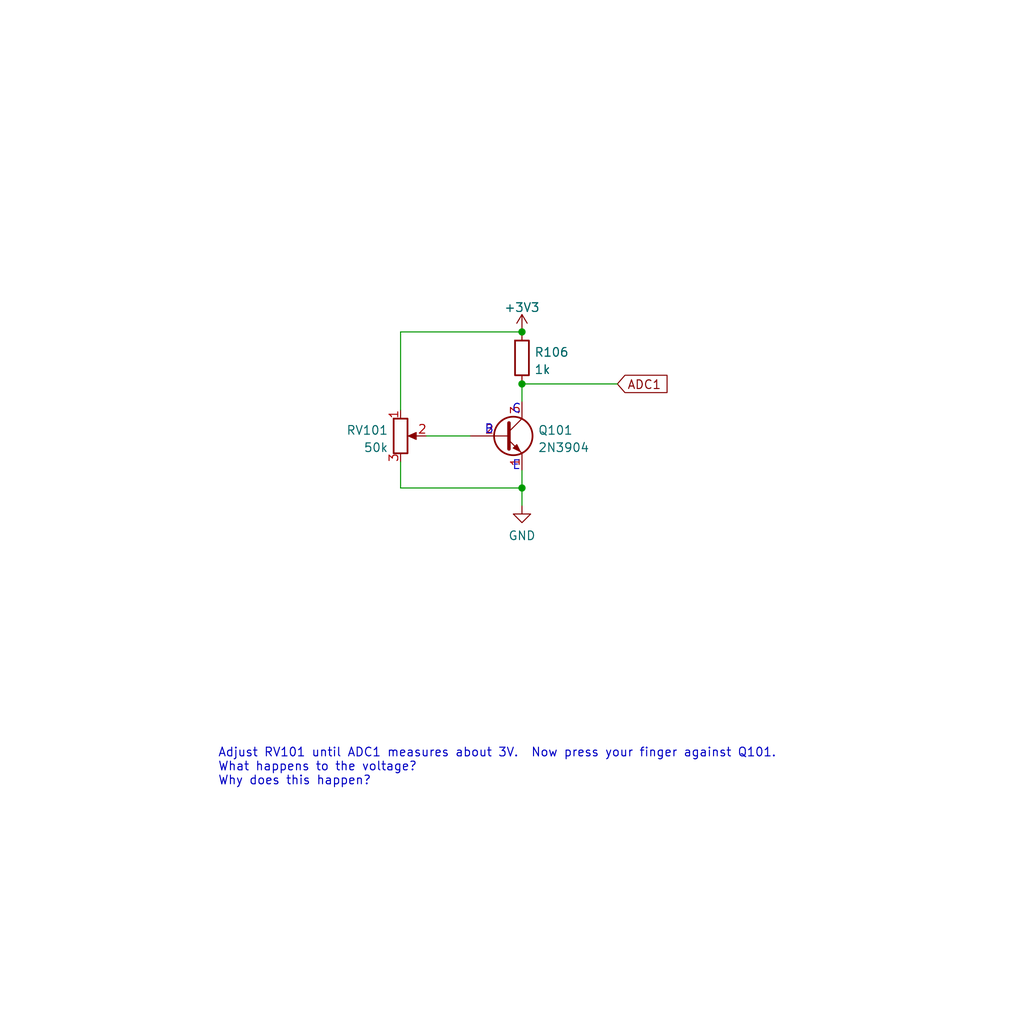
<source format=kicad_sch>
(kicad_sch (version 20211123) (generator eeschema)
  (paper "User" 150.012 150.012)
  (lib_symbols
    (symbol "Device:R" (pin_numbers hide) (pin_names (offset 0))
      (property "Reference" "R" (at 2.032 0 90))
      (property "Value" "R" (at 0 0 90))
      (symbol "R_0_1"
        (rectangle (start -1.016 -2.54) (end 1.016 2.54) (stroke (width 0.254)))
      )
      (symbol "R_1_1"
        (pin passive line (at 0 3.81 270) (length 1.27) (name "~") (number "1"))
        (pin passive line (at 0 -3.81 90) (length 1.27) (name "~") (number "2"))
      )
    )
    (symbol "Device:R_Potentiometer" (pin_names (offset 1.016) hide)
      (property "Reference" "RV" (at -4.445 0 90))
      (property "Value" "R_Potentiometer" (at -2.54 0 90))
      (symbol "R_Potentiometer_0_1"
        (polyline (pts (xy 2.54 0) (xy 1.524 0)))
        (polyline (pts (xy 1.143 0) (xy 2.286 0.508) (xy 2.286 -0.508) (xy 1.143 0)) (fill (type outline)))
        (rectangle (start 1.016 2.54) (end -1.016 -2.54) (stroke (width 0.254)))
      )
      (symbol "R_Potentiometer_1_1"
        (pin passive line (at 0 3.81 270) (length 1.27) (name "1") (number "1"))
        (pin passive line (at 3.81 0 180) (length 1.27) (name "2") (number "2"))
        (pin passive line (at 0 -3.81 90) (length 1.27) (name "3") (number "3"))
      )
    )
    (symbol "Transistor_BJT:2N3904" (pin_names (offset 0) hide)
      (property "Reference" "Q" (at 5.08 1.905 0))
      (property "Value" "2N3904" (at 5.08 0 0))
      (symbol "2N3904_0_1"
        (polyline (pts (xy 0.635 0.635) (xy 2.54 2.54)))
        (polyline (pts (xy 0.635 -0.635) (xy 2.54 -2.54) (xy 2.54 -2.54)))
        (polyline (pts (xy 0.635 1.905) (xy 0.635 -1.905) (xy 0.635 -1.905)) (stroke (width 0.508)))
        (polyline (pts (xy 1.27 -1.778) (xy 1.778 -1.27) (xy 2.286 -2.286) (xy 1.27 -1.778) (xy 1.27 -1.778)) (fill (type outline)))
        (circle (center 1.27 0) (radius 2.8194) (stroke (width 0.254)))
      )
      (symbol "2N3904_1_1"
        (pin passive line (at 2.54 -5.08 90) (length 2.54) (name "E") (number "1"))
        (pin passive line (at -5.08 0 0) (length 5.715) (name "B") (number "2"))
        (pin passive line (at 2.54 5.08 270) (length 2.54) (name "C") (number "3"))
      )
    )
    (symbol "power:+3V3" (power) (pin_names (offset 0))
      (property "Value" "+3V3" (at 0 3.556 0))
      (symbol "+3V3_0_1"
        (polyline (pts (xy -0.762 1.27) (xy 0 2.54)))
        (polyline (pts (xy 0 0) (xy 0 2.54)))
        (polyline (pts (xy 0 2.54) (xy 0.762 1.27)))
      )
      (symbol "+3V3_1_1"
        (pin power_in line (at 0 0 90) (length 0) hide (name "+3V3") (number "1"))
      )
    )
    (symbol "power:GND" (power) (pin_names (offset 0))
      (property "Value" "GND" (at 0 -3.81 0))
      (symbol "GND_0_1"
        (polyline (pts (xy 0 0) (xy 0 -1.27) (xy 1.27 -1.27) (xy 0 -2.54) (xy -1.27 -1.27) (xy 0 -1.27)))
      )
      (symbol "GND_1_1"
        (pin power_in line (at 0 0 270) (length 0) hide (name "GND") (number "1"))
      )
    )
  )
  (junction (at 76.454 48.6156))
  (junction (at 76.454 71.4756))
  (junction (at 76.454 56.2356))
  (wire (pts (xy 76.454 68.9356) (xy 76.454 71.4756)))
  (wire (pts (xy 58.674 67.6656) (xy 58.674 71.4756)))
  (wire (pts (xy 62.484 63.8556) (xy 68.834 63.8556)))
  (wire (pts (xy 76.454 71.4756) (xy 76.454 74.0156)))
  (wire (pts (xy 76.454 58.7756) (xy 76.454 56.2356)))
  (wire (pts (xy 76.454 56.2356) (xy 90.424 56.2356)))
  (wire (pts (xy 58.674 71.4756) (xy 76.454 71.4756)))
  (wire (pts (xy 76.454 48.6156) (xy 58.674 48.6156)))
  (wire (pts (xy 58.674 48.6156) (xy 58.674 60.0456)))
  (text "Adjust RV101 until ADC1 measures about 3V.  Now press your finger against Q101.  \nWhat happens to the voltage? \nWhy does this happen?" (at 31.9024 115.2144 0) (effects (font (size 1.27 1.27)) (justify left bottom)))
  (text "C" (at 74.93 60.7568 0) (effects (font (size 1.27 1.27)) (justify left bottom)))
  (text "E" (at 74.9808 69.0372 0) (effects (font (size 1.27 1.27)) (justify left bottom)))
  (text "B" (at 70.9168 63.754 0) (effects (font (size 1.27 1.27)) (justify left bottom)))
  (global_label "ADC1" (shape input) (at 90.424 56.2356 0) (property "Intersheet References" "${INTERSHEET_REFS}" (effects hide)))
  (symbol (lib_id "Device:R") (at 76.454 52.4256 0) (unit 1)
    (property "Reference" "R106" (at 78.232 51.5909 0) (effects (justify left)))
    (property "Value" "1k" (at 78.232 54.1278 0) (effects (justify left)))
  )
  (symbol (lib_id "power:GND") (at 76.454 74.0156 0) (unit 1)
    (property "Reference" "#PWR010" (effects hide))
    (property "Value" "~" (at 76.454 78.459 0))
  )
  (symbol (lib_id "Device:R_Potentiometer") (at 58.674 63.8556 0) (unit 1)
    (property "Reference" "RV101" (at 56.8961 63.0209 0) (effects (justify right)))
    (property "Value" "50k" (at 56.8961 65.5578 0) (effects (justify right)))
  )
  (symbol (lib_id "Transistor_BJT:2N3904") (at 73.914 63.8556 0) (unit 1)
    (property "Reference" "Q101" (at 78.7654 63.0209 0) (effects (justify left)))
    (property "Value" "2N3904" (at 78.7654 65.5578 0) (effects (justify left)))
    (property "Footprint" "Package_TO_SOT_THT:TO-92_Inline" (effects hide))
    (property "Datasheet" "https://www.onsemi.com/pub/Collateral/2N3903-D.PDF" (effects hide))
  )
  (symbol (lib_id "power:+3V3") (at 76.454 48.6156 0) (unit 1)
    (property "Reference" "#PWR?" (effects hide))
    (property "Value" "+3V3" (at 76.454 45.0398 0))
  )
)
</source>
